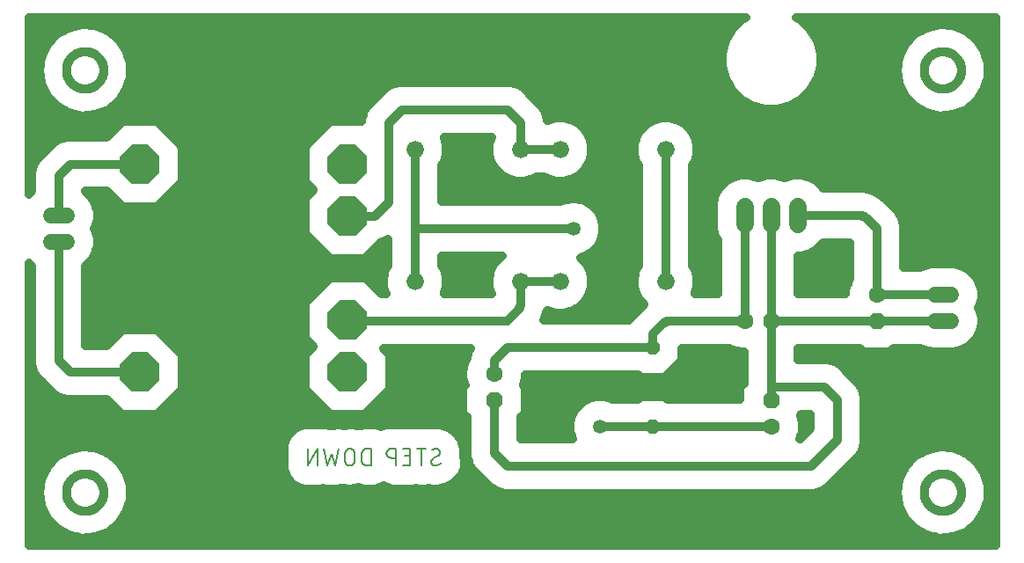
<source format=gbl>
G75*
%MOIN*%
%OFA0B0*%
%FSLAX25Y25*%
%IPPOS*%
%LPD*%
%AMOC8*
5,1,8,0,0,1.08239X$1,22.5*
%
%ADD10C,0.00600*%
%ADD11C,0.03200*%
%ADD12C,0.06600*%
%ADD13OC8,0.06300*%
%ADD14C,0.06300*%
%ADD15C,0.06600*%
%ADD16C,0.06000*%
%ADD17OC8,0.05200*%
%ADD18OC8,0.15000*%
%ADD19C,0.05315*%
D10*
X0115374Y0111300D02*
X0115374Y0117700D01*
X0118929Y0117700D02*
X0115374Y0111300D01*
X0118929Y0111300D02*
X0118929Y0117700D01*
X0121487Y0117700D02*
X0122909Y0111300D01*
X0124331Y0115567D01*
X0125754Y0111300D01*
X0127176Y0117700D01*
X0129528Y0115922D02*
X0129528Y0113078D01*
X0129530Y0112995D01*
X0129536Y0112912D01*
X0129546Y0112829D01*
X0129559Y0112746D01*
X0129577Y0112665D01*
X0129598Y0112584D01*
X0129623Y0112505D01*
X0129652Y0112427D01*
X0129684Y0112350D01*
X0129720Y0112275D01*
X0129759Y0112201D01*
X0129802Y0112130D01*
X0129848Y0112060D01*
X0129898Y0111993D01*
X0129950Y0111928D01*
X0130005Y0111866D01*
X0130064Y0111806D01*
X0130125Y0111749D01*
X0130188Y0111695D01*
X0130254Y0111644D01*
X0130323Y0111597D01*
X0130393Y0111552D01*
X0130466Y0111511D01*
X0130540Y0111474D01*
X0130616Y0111439D01*
X0130694Y0111409D01*
X0130772Y0111382D01*
X0130853Y0111359D01*
X0130934Y0111339D01*
X0131016Y0111324D01*
X0131098Y0111312D01*
X0131181Y0111304D01*
X0131264Y0111300D01*
X0131348Y0111300D01*
X0131431Y0111304D01*
X0131514Y0111312D01*
X0131596Y0111324D01*
X0131678Y0111339D01*
X0131759Y0111359D01*
X0131840Y0111382D01*
X0131918Y0111409D01*
X0131996Y0111439D01*
X0132072Y0111474D01*
X0132146Y0111511D01*
X0132219Y0111552D01*
X0132289Y0111597D01*
X0132358Y0111644D01*
X0132424Y0111695D01*
X0132487Y0111749D01*
X0132548Y0111806D01*
X0132607Y0111866D01*
X0132662Y0111928D01*
X0132714Y0111993D01*
X0132764Y0112060D01*
X0132810Y0112130D01*
X0132853Y0112201D01*
X0132892Y0112275D01*
X0132928Y0112350D01*
X0132960Y0112427D01*
X0132989Y0112505D01*
X0133014Y0112584D01*
X0133035Y0112665D01*
X0133053Y0112746D01*
X0133066Y0112829D01*
X0133076Y0112912D01*
X0133082Y0112995D01*
X0133084Y0113078D01*
X0133084Y0115922D01*
X0133082Y0116005D01*
X0133076Y0116088D01*
X0133066Y0116171D01*
X0133053Y0116254D01*
X0133035Y0116335D01*
X0133014Y0116416D01*
X0132989Y0116495D01*
X0132960Y0116573D01*
X0132928Y0116650D01*
X0132892Y0116725D01*
X0132853Y0116799D01*
X0132810Y0116870D01*
X0132764Y0116940D01*
X0132714Y0117007D01*
X0132662Y0117072D01*
X0132607Y0117134D01*
X0132548Y0117194D01*
X0132487Y0117251D01*
X0132424Y0117305D01*
X0132358Y0117356D01*
X0132289Y0117403D01*
X0132219Y0117448D01*
X0132146Y0117489D01*
X0132072Y0117526D01*
X0131996Y0117561D01*
X0131918Y0117591D01*
X0131840Y0117618D01*
X0131759Y0117641D01*
X0131678Y0117661D01*
X0131596Y0117676D01*
X0131514Y0117688D01*
X0131431Y0117696D01*
X0131348Y0117700D01*
X0131264Y0117700D01*
X0131181Y0117696D01*
X0131098Y0117688D01*
X0131016Y0117676D01*
X0130934Y0117661D01*
X0130853Y0117641D01*
X0130772Y0117618D01*
X0130694Y0117591D01*
X0130616Y0117561D01*
X0130540Y0117526D01*
X0130466Y0117489D01*
X0130393Y0117448D01*
X0130323Y0117403D01*
X0130254Y0117356D01*
X0130188Y0117305D01*
X0130125Y0117251D01*
X0130064Y0117194D01*
X0130005Y0117134D01*
X0129950Y0117072D01*
X0129898Y0117007D01*
X0129848Y0116940D01*
X0129802Y0116870D01*
X0129759Y0116799D01*
X0129720Y0116725D01*
X0129684Y0116650D01*
X0129652Y0116573D01*
X0129623Y0116495D01*
X0129598Y0116416D01*
X0129577Y0116335D01*
X0129559Y0116254D01*
X0129546Y0116171D01*
X0129536Y0116088D01*
X0129530Y0116005D01*
X0129528Y0115922D01*
X0135887Y0115922D02*
X0135887Y0113078D01*
X0135889Y0112996D01*
X0135895Y0112914D01*
X0135904Y0112832D01*
X0135917Y0112751D01*
X0135934Y0112671D01*
X0135955Y0112591D01*
X0135979Y0112513D01*
X0136007Y0112436D01*
X0136038Y0112360D01*
X0136073Y0112285D01*
X0136112Y0112213D01*
X0136153Y0112142D01*
X0136198Y0112073D01*
X0136246Y0112007D01*
X0136297Y0111942D01*
X0136351Y0111880D01*
X0136408Y0111821D01*
X0136467Y0111764D01*
X0136529Y0111710D01*
X0136594Y0111659D01*
X0136660Y0111611D01*
X0136729Y0111566D01*
X0136800Y0111525D01*
X0136872Y0111486D01*
X0136947Y0111451D01*
X0137023Y0111420D01*
X0137100Y0111392D01*
X0137178Y0111368D01*
X0137258Y0111347D01*
X0137338Y0111330D01*
X0137419Y0111317D01*
X0137501Y0111308D01*
X0137583Y0111302D01*
X0137665Y0111300D01*
X0139443Y0111300D01*
X0139443Y0117700D01*
X0137665Y0117700D01*
X0137583Y0117698D01*
X0137501Y0117692D01*
X0137419Y0117683D01*
X0137338Y0117670D01*
X0137258Y0117653D01*
X0137178Y0117632D01*
X0137100Y0117608D01*
X0137023Y0117580D01*
X0136947Y0117549D01*
X0136872Y0117514D01*
X0136800Y0117475D01*
X0136729Y0117434D01*
X0136660Y0117389D01*
X0136594Y0117341D01*
X0136529Y0117290D01*
X0136467Y0117236D01*
X0136408Y0117179D01*
X0136351Y0117120D01*
X0136297Y0117058D01*
X0136246Y0116993D01*
X0136198Y0116927D01*
X0136153Y0116858D01*
X0136112Y0116787D01*
X0136073Y0116715D01*
X0136038Y0116640D01*
X0136007Y0116564D01*
X0135979Y0116487D01*
X0135955Y0116409D01*
X0135934Y0116329D01*
X0135917Y0116249D01*
X0135904Y0116168D01*
X0135895Y0116086D01*
X0135889Y0116004D01*
X0135887Y0115922D01*
X0147018Y0117700D02*
X0146935Y0117698D01*
X0146852Y0117692D01*
X0146769Y0117682D01*
X0146686Y0117669D01*
X0146605Y0117651D01*
X0146524Y0117630D01*
X0146445Y0117605D01*
X0146367Y0117576D01*
X0146290Y0117544D01*
X0146215Y0117508D01*
X0146141Y0117469D01*
X0146070Y0117426D01*
X0146000Y0117380D01*
X0145933Y0117330D01*
X0145868Y0117278D01*
X0145806Y0117223D01*
X0145746Y0117164D01*
X0145689Y0117103D01*
X0145635Y0117040D01*
X0145584Y0116974D01*
X0145537Y0116905D01*
X0145492Y0116835D01*
X0145451Y0116762D01*
X0145414Y0116688D01*
X0145379Y0116612D01*
X0145349Y0116534D01*
X0145322Y0116456D01*
X0145299Y0116375D01*
X0145279Y0116294D01*
X0145264Y0116212D01*
X0145252Y0116130D01*
X0145244Y0116047D01*
X0145240Y0115964D01*
X0145240Y0115880D01*
X0145244Y0115797D01*
X0145252Y0115714D01*
X0145264Y0115632D01*
X0145279Y0115550D01*
X0145299Y0115469D01*
X0145322Y0115388D01*
X0145349Y0115310D01*
X0145379Y0115232D01*
X0145414Y0115156D01*
X0145451Y0115082D01*
X0145492Y0115009D01*
X0145537Y0114939D01*
X0145584Y0114870D01*
X0145635Y0114804D01*
X0145689Y0114741D01*
X0145746Y0114680D01*
X0145806Y0114621D01*
X0145868Y0114566D01*
X0145933Y0114514D01*
X0146000Y0114464D01*
X0146070Y0114418D01*
X0146141Y0114375D01*
X0146215Y0114336D01*
X0146290Y0114300D01*
X0146367Y0114268D01*
X0146445Y0114239D01*
X0146524Y0114214D01*
X0146605Y0114193D01*
X0146686Y0114175D01*
X0146769Y0114162D01*
X0146852Y0114152D01*
X0146935Y0114146D01*
X0147018Y0114144D01*
X0148796Y0114144D01*
X0148796Y0111300D02*
X0148796Y0117700D01*
X0147018Y0117700D01*
X0151356Y0117700D02*
X0154201Y0117700D01*
X0154201Y0111300D01*
X0151356Y0111300D01*
X0152067Y0114856D02*
X0154201Y0114856D01*
X0156606Y0117700D02*
X0160161Y0117700D01*
X0158384Y0117700D02*
X0158384Y0111300D01*
X0162856Y0113967D02*
X0164811Y0115033D01*
X0164100Y0117700D02*
X0163999Y0117698D01*
X0163898Y0117692D01*
X0163798Y0117683D01*
X0163698Y0117669D01*
X0163598Y0117652D01*
X0163499Y0117632D01*
X0163402Y0117607D01*
X0163305Y0117579D01*
X0163209Y0117547D01*
X0163114Y0117511D01*
X0163021Y0117472D01*
X0162930Y0117430D01*
X0162840Y0117384D01*
X0162752Y0117334D01*
X0162666Y0117282D01*
X0162582Y0117226D01*
X0162500Y0117167D01*
X0164811Y0115034D02*
X0164875Y0115074D01*
X0164936Y0115117D01*
X0164995Y0115163D01*
X0165052Y0115212D01*
X0165106Y0115264D01*
X0165157Y0115318D01*
X0165205Y0115376D01*
X0165251Y0115435D01*
X0165293Y0115497D01*
X0165332Y0115562D01*
X0165367Y0115628D01*
X0165399Y0115695D01*
X0165428Y0115765D01*
X0165453Y0115835D01*
X0165474Y0115907D01*
X0165491Y0115980D01*
X0165505Y0116054D01*
X0165514Y0116128D01*
X0165520Y0116203D01*
X0165522Y0116278D01*
X0165520Y0116352D01*
X0165514Y0116427D01*
X0165504Y0116500D01*
X0165491Y0116574D01*
X0165474Y0116646D01*
X0165452Y0116717D01*
X0165428Y0116788D01*
X0165399Y0116856D01*
X0165367Y0116924D01*
X0165331Y0116989D01*
X0165293Y0117052D01*
X0165250Y0117114D01*
X0165205Y0117173D01*
X0165157Y0117230D01*
X0165106Y0117284D01*
X0165052Y0117335D01*
X0164995Y0117383D01*
X0164936Y0117428D01*
X0164874Y0117471D01*
X0164811Y0117509D01*
X0164746Y0117545D01*
X0164678Y0117577D01*
X0164610Y0117606D01*
X0164539Y0117630D01*
X0164468Y0117652D01*
X0164396Y0117669D01*
X0164322Y0117682D01*
X0164249Y0117692D01*
X0164174Y0117698D01*
X0164100Y0117700D01*
X0165700Y0112189D02*
X0165623Y0112114D01*
X0165543Y0112041D01*
X0165460Y0111972D01*
X0165375Y0111905D01*
X0165288Y0111842D01*
X0165199Y0111782D01*
X0165107Y0111725D01*
X0165014Y0111671D01*
X0164918Y0111621D01*
X0164821Y0111574D01*
X0164722Y0111531D01*
X0164622Y0111491D01*
X0164521Y0111455D01*
X0164418Y0111423D01*
X0164314Y0111394D01*
X0164209Y0111369D01*
X0164103Y0111348D01*
X0163997Y0111331D01*
X0163890Y0111317D01*
X0163782Y0111308D01*
X0163675Y0111302D01*
X0163567Y0111300D01*
X0163493Y0111302D01*
X0163418Y0111308D01*
X0163345Y0111318D01*
X0163271Y0111331D01*
X0163199Y0111348D01*
X0163128Y0111370D01*
X0163057Y0111394D01*
X0162989Y0111423D01*
X0162921Y0111455D01*
X0162856Y0111491D01*
X0162793Y0111529D01*
X0162731Y0111572D01*
X0162672Y0111617D01*
X0162615Y0111665D01*
X0162561Y0111716D01*
X0162510Y0111770D01*
X0162462Y0111827D01*
X0162417Y0111886D01*
X0162374Y0111948D01*
X0162336Y0112011D01*
X0162300Y0112076D01*
X0162268Y0112144D01*
X0162239Y0112212D01*
X0162215Y0112283D01*
X0162193Y0112354D01*
X0162176Y0112426D01*
X0162163Y0112500D01*
X0162153Y0112573D01*
X0162147Y0112648D01*
X0162145Y0112722D01*
X0162147Y0112797D01*
X0162153Y0112872D01*
X0162162Y0112946D01*
X0162176Y0113020D01*
X0162193Y0113093D01*
X0162214Y0113165D01*
X0162239Y0113235D01*
X0162268Y0113305D01*
X0162300Y0113372D01*
X0162335Y0113438D01*
X0162374Y0113503D01*
X0162416Y0113565D01*
X0162462Y0113624D01*
X0162510Y0113682D01*
X0162561Y0113736D01*
X0162615Y0113788D01*
X0162672Y0113837D01*
X0162731Y0113883D01*
X0162792Y0113926D01*
X0162856Y0113966D01*
X0156000Y0181000D02*
X0155800Y0181000D01*
X0155800Y0230800D02*
X0156000Y0231000D01*
D11*
X0009600Y0187995D02*
X0009600Y0081000D01*
X0376000Y0081000D01*
X0376000Y0281000D01*
X0300487Y0281000D01*
X0302421Y0279884D01*
X0305884Y0276421D01*
X0308332Y0272179D01*
X0309600Y0267449D01*
X0309600Y0262551D01*
X0308332Y0257821D01*
X0305884Y0253579D01*
X0302421Y0250116D01*
X0298179Y0247668D01*
X0293449Y0246400D01*
X0288551Y0246400D01*
X0283821Y0247668D01*
X0279579Y0250116D01*
X0276116Y0253579D01*
X0273668Y0257821D01*
X0272400Y0262551D01*
X0272400Y0267449D01*
X0273668Y0272179D01*
X0276116Y0276421D01*
X0279579Y0279884D01*
X0281513Y0281000D01*
X0009600Y0281000D01*
X0009600Y0214005D01*
X0010800Y0215205D01*
X0010800Y0222343D01*
X0011495Y0224937D01*
X0012838Y0227263D01*
X0017238Y0231663D01*
X0019137Y0233562D01*
X0021463Y0234905D01*
X0024057Y0235600D01*
X0039031Y0235600D01*
X0044931Y0241500D01*
X0058269Y0241500D01*
X0067700Y0232069D01*
X0067700Y0218731D01*
X0058269Y0209300D01*
X0044931Y0209300D01*
X0039031Y0215200D01*
X0031205Y0215200D01*
X0033282Y0213123D01*
X0034809Y0210477D01*
X0035600Y0207527D01*
X0035600Y0204473D01*
X0034809Y0201523D01*
X0034508Y0201000D01*
X0034809Y0200477D01*
X0035600Y0197527D01*
X0035600Y0194473D01*
X0034809Y0191523D01*
X0033282Y0188877D01*
X0031200Y0186795D01*
X0031200Y0156800D01*
X0039031Y0156800D01*
X0044931Y0162700D01*
X0058269Y0162700D01*
X0067700Y0153269D01*
X0067700Y0139931D01*
X0058269Y0130500D01*
X0044931Y0130500D01*
X0039031Y0136400D01*
X0024057Y0136400D01*
X0021463Y0137095D01*
X0019137Y0138438D01*
X0014737Y0142838D01*
X0012838Y0144737D01*
X0011495Y0147063D01*
X0010800Y0149657D01*
X0010800Y0186795D01*
X0009600Y0187995D01*
X0009600Y0186514D02*
X0010800Y0186514D01*
X0010800Y0183315D02*
X0009600Y0183315D01*
X0009600Y0180117D02*
X0010800Y0180117D01*
X0010800Y0176918D02*
X0009600Y0176918D01*
X0009600Y0173720D02*
X0010800Y0173720D01*
X0010800Y0170521D02*
X0009600Y0170521D01*
X0009600Y0167323D02*
X0010800Y0167323D01*
X0010800Y0164124D02*
X0009600Y0164124D01*
X0009600Y0160926D02*
X0010800Y0160926D01*
X0010800Y0157727D02*
X0009600Y0157727D01*
X0009600Y0154529D02*
X0010800Y0154529D01*
X0010800Y0151330D02*
X0009600Y0151330D01*
X0009600Y0148132D02*
X0011209Y0148132D01*
X0012725Y0144933D02*
X0009600Y0144933D01*
X0009600Y0141734D02*
X0015841Y0141734D01*
X0019039Y0138536D02*
X0009600Y0138536D01*
X0009600Y0135337D02*
X0040094Y0135337D01*
X0043292Y0132139D02*
X0009600Y0132139D01*
X0009600Y0128940D02*
X0175800Y0128940D01*
X0175800Y0129583D02*
X0175800Y0114657D01*
X0176495Y0112063D01*
X0177838Y0109737D01*
X0182838Y0104737D01*
X0184737Y0102838D01*
X0187063Y0101495D01*
X0189657Y0100800D01*
X0307343Y0100800D01*
X0309937Y0101495D01*
X0312263Y0102838D01*
X0314162Y0104737D01*
X0314162Y0104737D01*
X0322263Y0112838D01*
X0324162Y0114737D01*
X0325505Y0117063D01*
X0326200Y0119657D01*
X0326200Y0137343D01*
X0325505Y0139937D01*
X0324162Y0142263D01*
X0319162Y0147263D01*
X0317263Y0149162D01*
X0314937Y0150505D01*
X0312343Y0151200D01*
X0301200Y0151200D01*
X0301200Y0155800D01*
X0324583Y0155800D01*
X0326133Y0154250D01*
X0335867Y0154250D01*
X0337417Y0155800D01*
X0347467Y0155800D01*
X0348523Y0155191D01*
X0351473Y0154400D01*
X0360527Y0154400D01*
X0363477Y0155191D01*
X0366123Y0156718D01*
X0368282Y0158877D01*
X0369809Y0161523D01*
X0370600Y0164473D01*
X0370600Y0167527D01*
X0369809Y0170477D01*
X0369508Y0171000D01*
X0369809Y0171523D01*
X0370600Y0174473D01*
X0370600Y0177527D01*
X0369809Y0180477D01*
X0368282Y0183123D01*
X0366123Y0185282D01*
X0363477Y0186809D01*
X0360527Y0187600D01*
X0351473Y0187600D01*
X0348523Y0186809D01*
X0347467Y0186200D01*
X0341200Y0186200D01*
X0341200Y0202343D01*
X0340505Y0204937D01*
X0339162Y0207263D01*
X0337263Y0209162D01*
X0333416Y0213009D01*
X0333050Y0213375D01*
X0333050Y0213375D01*
X0329826Y0215237D01*
X0326230Y0216200D01*
X0310757Y0216200D01*
X0310522Y0216607D01*
X0308307Y0218822D01*
X0305593Y0220389D01*
X0302567Y0221200D01*
X0299433Y0221200D01*
X0296407Y0220389D01*
X0296000Y0220154D01*
X0295593Y0220389D01*
X0292567Y0221200D01*
X0289433Y0221200D01*
X0286407Y0220389D01*
X0286000Y0220154D01*
X0285593Y0220389D01*
X0282567Y0221200D01*
X0279433Y0221200D01*
X0276407Y0220389D01*
X0273693Y0218822D01*
X0271478Y0216607D01*
X0269911Y0213893D01*
X0269100Y0210867D01*
X0269100Y0201133D01*
X0269911Y0198107D01*
X0270800Y0196567D01*
X0270800Y0176200D01*
X0261970Y0176200D01*
X0262089Y0176407D01*
X0262900Y0179433D01*
X0262900Y0182567D01*
X0262089Y0185593D01*
X0261200Y0187133D01*
X0261200Y0224867D01*
X0262089Y0226407D01*
X0262900Y0229433D01*
X0262900Y0232567D01*
X0262089Y0235593D01*
X0260522Y0238307D01*
X0258307Y0240522D01*
X0255593Y0242089D01*
X0252567Y0242900D01*
X0249433Y0242900D01*
X0246407Y0242089D01*
X0243693Y0240522D01*
X0241478Y0238307D01*
X0239911Y0235593D01*
X0239100Y0232567D01*
X0239100Y0229433D01*
X0239911Y0226407D01*
X0240800Y0224867D01*
X0240800Y0187133D01*
X0239911Y0185593D01*
X0239100Y0182567D01*
X0239100Y0179433D01*
X0239911Y0176407D01*
X0241478Y0173693D01*
X0242873Y0172298D01*
X0239737Y0169162D01*
X0237838Y0167263D01*
X0237224Y0166200D01*
X0204674Y0166200D01*
X0205237Y0167174D01*
X0206028Y0170129D01*
X0206407Y0169911D01*
X0209433Y0169100D01*
X0212567Y0169100D01*
X0215593Y0169911D01*
X0218307Y0171478D01*
X0220522Y0173693D01*
X0222089Y0176407D01*
X0222900Y0179433D01*
X0222900Y0182567D01*
X0222089Y0185593D01*
X0220522Y0188307D01*
X0218748Y0190082D01*
X0220345Y0190510D01*
X0222912Y0191992D01*
X0225008Y0194088D01*
X0226490Y0196655D01*
X0227257Y0199518D01*
X0227257Y0202482D01*
X0226490Y0205345D01*
X0225008Y0207912D01*
X0222912Y0210008D01*
X0220345Y0211490D01*
X0217482Y0212257D01*
X0214518Y0212257D01*
X0211655Y0211490D01*
X0211152Y0211200D01*
X0166200Y0211200D01*
X0166200Y0224867D01*
X0167089Y0226407D01*
X0167900Y0229433D01*
X0167900Y0232567D01*
X0167089Y0235593D01*
X0166970Y0235800D01*
X0185030Y0235800D01*
X0184911Y0235593D01*
X0184100Y0232567D01*
X0184100Y0229433D01*
X0184911Y0226407D01*
X0186478Y0223693D01*
X0188693Y0221478D01*
X0191407Y0219911D01*
X0194433Y0219100D01*
X0197567Y0219100D01*
X0200593Y0219911D01*
X0202133Y0220800D01*
X0204867Y0220800D01*
X0206407Y0219911D01*
X0209433Y0219100D01*
X0212567Y0219100D01*
X0215593Y0219911D01*
X0218307Y0221478D01*
X0220522Y0223693D01*
X0222089Y0226407D01*
X0222900Y0229433D01*
X0222900Y0232567D01*
X0222089Y0235593D01*
X0220522Y0238307D01*
X0218307Y0240522D01*
X0215593Y0242089D01*
X0212567Y0242900D01*
X0209433Y0242900D01*
X0206407Y0242089D01*
X0206200Y0241970D01*
X0206200Y0242343D01*
X0205505Y0244937D01*
X0204162Y0247263D01*
X0199162Y0252263D01*
X0197263Y0254162D01*
X0194937Y0255505D01*
X0192343Y0256200D01*
X0149657Y0256200D01*
X0147063Y0255505D01*
X0144737Y0254162D01*
X0142838Y0252263D01*
X0139737Y0249162D01*
X0137838Y0247263D01*
X0136495Y0244937D01*
X0135800Y0242343D01*
X0135800Y0241500D01*
X0123731Y0241500D01*
X0114300Y0232069D01*
X0114300Y0218731D01*
X0117481Y0215550D01*
X0114300Y0212369D01*
X0114300Y0199031D01*
X0123731Y0189600D01*
X0137069Y0189600D01*
X0143308Y0195839D01*
X0144637Y0196195D01*
X0145800Y0196867D01*
X0145800Y0187133D01*
X0144911Y0185593D01*
X0144100Y0182567D01*
X0144100Y0179433D01*
X0144911Y0176407D01*
X0145030Y0176200D01*
X0143269Y0176200D01*
X0137069Y0182400D01*
X0123731Y0182400D01*
X0114300Y0172969D01*
X0114300Y0159631D01*
X0117481Y0156450D01*
X0114300Y0153269D01*
X0114300Y0139931D01*
X0123731Y0130500D01*
X0137069Y0130500D01*
X0146500Y0139931D01*
X0146500Y0153269D01*
X0143969Y0155800D01*
X0176993Y0155800D01*
X0176495Y0154937D01*
X0175800Y0152343D01*
X0175800Y0151833D01*
X0175051Y0150535D01*
X0174250Y0147547D01*
X0174250Y0144453D01*
X0175008Y0141625D01*
X0174250Y0140867D01*
X0174250Y0131133D01*
X0175800Y0129583D01*
X0174250Y0132139D02*
X0138708Y0132139D01*
X0141906Y0135337D02*
X0174250Y0135337D01*
X0174250Y0138536D02*
X0145105Y0138536D01*
X0146500Y0141734D02*
X0174978Y0141734D01*
X0174250Y0144933D02*
X0146500Y0144933D01*
X0146500Y0148132D02*
X0174407Y0148132D01*
X0175510Y0151330D02*
X0146500Y0151330D01*
X0145240Y0154529D02*
X0176386Y0154529D01*
X0186000Y0151000D02*
X0186000Y0146000D01*
X0186000Y0151000D02*
X0191000Y0156000D01*
X0246000Y0156000D01*
X0246000Y0161000D01*
X0249847Y0164847D01*
X0252631Y0166000D02*
X0281000Y0166000D01*
X0281000Y0206000D01*
X0291000Y0206000D02*
X0291000Y0166000D01*
X0291000Y0141000D01*
X0311000Y0141000D01*
X0316000Y0136000D01*
X0316000Y0121000D01*
X0306000Y0111000D01*
X0191000Y0111000D01*
X0186000Y0116000D01*
X0186000Y0136000D01*
X0197750Y0135337D02*
X0219658Y0135337D01*
X0219088Y0135008D02*
X0216992Y0132912D01*
X0215510Y0130345D01*
X0214743Y0127482D01*
X0214743Y0124518D01*
X0215510Y0121655D01*
X0215772Y0121200D01*
X0196200Y0121200D01*
X0196200Y0129583D01*
X0197750Y0131133D01*
X0197750Y0140867D01*
X0196992Y0141625D01*
X0197750Y0144453D01*
X0197750Y0145800D01*
X0240361Y0145800D01*
X0241361Y0144800D01*
X0250639Y0144800D01*
X0257200Y0151361D01*
X0257200Y0155800D01*
X0275167Y0155800D01*
X0276465Y0155051D01*
X0279453Y0154250D01*
X0280800Y0154250D01*
X0280800Y0142417D01*
X0279250Y0140867D01*
X0279250Y0136200D01*
X0251639Y0136200D01*
X0250639Y0137200D01*
X0241361Y0137200D01*
X0240361Y0136200D01*
X0230848Y0136200D01*
X0230345Y0136490D01*
X0227482Y0137257D01*
X0224518Y0137257D01*
X0221655Y0136490D01*
X0219088Y0135008D01*
X0216545Y0132139D02*
X0197750Y0132139D01*
X0196200Y0128940D02*
X0215133Y0128940D01*
X0214743Y0125742D02*
X0196200Y0125742D01*
X0196200Y0122543D02*
X0215272Y0122543D01*
X0226000Y0126000D02*
X0246000Y0126000D01*
X0291000Y0126000D01*
X0291000Y0136000D02*
X0291000Y0141000D01*
X0280118Y0141734D02*
X0197022Y0141734D01*
X0197750Y0138536D02*
X0279250Y0138536D01*
X0280800Y0144933D02*
X0250772Y0144933D01*
X0253971Y0148132D02*
X0280800Y0148132D01*
X0280800Y0151330D02*
X0257169Y0151330D01*
X0257200Y0154529D02*
X0278414Y0154529D01*
X0291000Y0166000D02*
X0331000Y0166000D01*
X0356000Y0166000D01*
X0356000Y0176000D02*
X0331000Y0176000D01*
X0331000Y0201000D01*
X0327153Y0204847D01*
X0324369Y0206000D02*
X0301000Y0206000D01*
X0310757Y0195800D02*
X0320800Y0195800D01*
X0320800Y0181833D01*
X0320051Y0180535D01*
X0319250Y0177547D01*
X0319250Y0176200D01*
X0301200Y0176200D01*
X0301200Y0190800D01*
X0302567Y0190800D01*
X0305593Y0191611D01*
X0308307Y0193178D01*
X0310522Y0195393D01*
X0310757Y0195800D01*
X0307844Y0192911D02*
X0320800Y0192911D01*
X0320800Y0189712D02*
X0301200Y0189712D01*
X0301200Y0186514D02*
X0320800Y0186514D01*
X0320800Y0183315D02*
X0301200Y0183315D01*
X0301200Y0180117D02*
X0319939Y0180117D01*
X0319250Y0176918D02*
X0301200Y0176918D01*
X0301200Y0154529D02*
X0325854Y0154529D01*
X0318293Y0148132D02*
X0376000Y0148132D01*
X0376000Y0151330D02*
X0301200Y0151330D01*
X0321492Y0144933D02*
X0376000Y0144933D01*
X0376000Y0141734D02*
X0324467Y0141734D01*
X0325880Y0138536D02*
X0376000Y0138536D01*
X0376000Y0135337D02*
X0326200Y0135337D01*
X0326200Y0132139D02*
X0376000Y0132139D01*
X0376000Y0128940D02*
X0326200Y0128940D01*
X0326200Y0125742D02*
X0376000Y0125742D01*
X0376000Y0122543D02*
X0326200Y0122543D01*
X0326116Y0119345D02*
X0376000Y0119345D01*
X0376000Y0116146D02*
X0364153Y0116146D01*
X0364636Y0115957D02*
X0359843Y0117838D01*
X0354709Y0118223D01*
X0349690Y0117077D01*
X0345232Y0114503D01*
X0341730Y0110729D01*
X0339496Y0106091D01*
X0338729Y0101000D01*
X0339496Y0095909D01*
X0341730Y0091271D01*
X0345232Y0087497D01*
X0349690Y0084923D01*
X0354709Y0083777D01*
X0359843Y0084162D01*
X0364636Y0086043D01*
X0368661Y0089253D01*
X0371561Y0093506D01*
X0373078Y0098426D01*
X0373078Y0103574D01*
X0371561Y0108494D01*
X0368661Y0112747D01*
X0364636Y0115957D01*
X0368409Y0112948D02*
X0376000Y0112948D01*
X0376000Y0109749D02*
X0370705Y0109749D01*
X0372160Y0106551D02*
X0376000Y0106551D01*
X0376000Y0103352D02*
X0373078Y0103352D01*
X0373078Y0100154D02*
X0376000Y0100154D01*
X0376000Y0096955D02*
X0372625Y0096955D01*
X0371638Y0093757D02*
X0376000Y0093757D01*
X0376000Y0090558D02*
X0369551Y0090558D01*
X0366287Y0087360D02*
X0376000Y0087360D01*
X0376000Y0084161D02*
X0359834Y0084161D01*
X0353027Y0084161D02*
X0034834Y0084161D01*
X0034843Y0084162D02*
X0039636Y0086043D01*
X0043661Y0089253D01*
X0046561Y0093506D01*
X0048078Y0098426D01*
X0048078Y0103574D01*
X0046561Y0108494D01*
X0043661Y0112747D01*
X0039636Y0115957D01*
X0034843Y0117838D01*
X0029709Y0118223D01*
X0024690Y0117077D01*
X0020232Y0114503D01*
X0016730Y0110729D01*
X0014496Y0106091D01*
X0013729Y0101000D01*
X0014496Y0095909D01*
X0016730Y0091271D01*
X0020232Y0087497D01*
X0024690Y0084923D01*
X0029709Y0083777D01*
X0034843Y0084162D01*
X0028027Y0084161D02*
X0009600Y0084161D01*
X0009600Y0087360D02*
X0020469Y0087360D01*
X0017391Y0090558D02*
X0009600Y0090558D01*
X0009600Y0093757D02*
X0015533Y0093757D01*
X0014339Y0096955D02*
X0009600Y0096955D01*
X0009600Y0100154D02*
X0013856Y0100154D01*
X0014084Y0103352D02*
X0009600Y0103352D01*
X0009600Y0106551D02*
X0014718Y0106551D01*
X0016258Y0109749D02*
X0009600Y0109749D01*
X0009600Y0112948D02*
X0018789Y0112948D01*
X0023078Y0116146D02*
X0009600Y0116146D01*
X0009600Y0119345D02*
X0106474Y0119345D01*
X0106474Y0119470D02*
X0106474Y0111810D01*
X0106330Y0110557D01*
X0106474Y0110054D01*
X0106474Y0109530D01*
X0106956Y0108365D01*
X0107303Y0107153D01*
X0107628Y0106743D01*
X0107829Y0106259D01*
X0108720Y0105367D01*
X0109504Y0104380D01*
X0109962Y0104125D01*
X0110332Y0103755D01*
X0111497Y0103273D01*
X0112599Y0102660D01*
X0113120Y0102600D01*
X0113603Y0102400D01*
X0114864Y0102400D01*
X0116117Y0102256D01*
X0116620Y0102400D01*
X0117144Y0102400D01*
X0117152Y0102403D01*
X0117159Y0102400D01*
X0120700Y0102400D01*
X0121041Y0102541D01*
X0121774Y0102297D01*
X0122447Y0102345D01*
X0123112Y0102228D01*
X0124197Y0102469D01*
X0124331Y0102479D01*
X0124466Y0102469D01*
X0125551Y0102228D01*
X0126215Y0102345D01*
X0126888Y0102297D01*
X0127943Y0102648D01*
X0128454Y0102738D01*
X0131306Y0102235D01*
X0134660Y0102827D01*
X0135607Y0102519D01*
X0135895Y0102400D01*
X0135974Y0102400D01*
X0139435Y0102400D01*
X0139435Y0102400D01*
X0141213Y0102400D01*
X0144119Y0103604D01*
X0147026Y0102400D01*
X0155971Y0102400D01*
X0156292Y0102533D01*
X0156613Y0102400D01*
X0160154Y0102400D01*
X0160935Y0102724D01*
X0161303Y0102604D01*
X0161796Y0102400D01*
X0165337Y0102400D01*
X0165699Y0102550D01*
X0168185Y0103220D01*
X0168185Y0103220D01*
X0170910Y0104803D01*
X0172019Y0105922D01*
X0172019Y0105922D01*
X0173266Y0107179D01*
X0174607Y0110456D01*
X0174593Y0113996D01*
X0174409Y0114434D01*
X0174422Y0114470D01*
X0174422Y0118048D01*
X0174218Y0118541D01*
X0173412Y0121022D01*
X0173412Y0121022D01*
X0171490Y0123668D01*
X0168845Y0125590D01*
X0168845Y0125590D01*
X0166363Y0126396D01*
X0165870Y0126600D01*
X0162223Y0126600D01*
X0162062Y0126546D01*
X0161932Y0126600D01*
X0145135Y0126600D01*
X0143048Y0125840D01*
X0141213Y0126600D01*
X0135895Y0126600D01*
X0135607Y0126481D01*
X0134660Y0126173D01*
X0131306Y0126765D01*
X0131306Y0126765D01*
X0129134Y0126382D01*
X0127378Y0126772D01*
X0124331Y0126236D01*
X0121284Y0126772D01*
X0120510Y0126600D01*
X0119439Y0126600D01*
X0118187Y0126744D01*
X0117683Y0126600D01*
X0117159Y0126600D01*
X0117152Y0126597D01*
X0117144Y0126600D01*
X0113603Y0126600D01*
X0110332Y0125245D01*
X0107829Y0122741D01*
X0106474Y0119470D01*
X0106474Y0116146D02*
X0039153Y0116146D01*
X0043409Y0112948D02*
X0106474Y0112948D01*
X0106474Y0109749D02*
X0045705Y0109749D01*
X0047160Y0106551D02*
X0107708Y0106551D01*
X0111304Y0103352D02*
X0048078Y0103352D01*
X0048078Y0100154D02*
X0338856Y0100154D01*
X0339084Y0103352D02*
X0312777Y0103352D01*
X0315976Y0106551D02*
X0339718Y0106551D01*
X0341258Y0109749D02*
X0319174Y0109749D01*
X0322263Y0112838D02*
X0322263Y0112838D01*
X0322373Y0112948D02*
X0343789Y0112948D01*
X0348078Y0116146D02*
X0324976Y0116146D01*
X0305800Y0125225D02*
X0305800Y0130800D01*
X0302417Y0130800D01*
X0301992Y0130375D01*
X0302750Y0127547D01*
X0302750Y0124453D01*
X0301949Y0121465D01*
X0301826Y0121251D01*
X0305800Y0125225D01*
X0305800Y0125742D02*
X0302750Y0125742D01*
X0303118Y0122543D02*
X0302238Y0122543D01*
X0302377Y0128940D02*
X0305800Y0128940D01*
X0336146Y0154529D02*
X0350993Y0154529D01*
X0361007Y0154529D02*
X0376000Y0154529D01*
X0376000Y0157727D02*
X0367132Y0157727D01*
X0369465Y0160926D02*
X0376000Y0160926D01*
X0376000Y0164124D02*
X0370507Y0164124D01*
X0370600Y0167323D02*
X0376000Y0167323D01*
X0376000Y0170521D02*
X0369784Y0170521D01*
X0370398Y0173720D02*
X0376000Y0173720D01*
X0376000Y0176918D02*
X0370600Y0176918D01*
X0369906Y0180117D02*
X0376000Y0180117D01*
X0376000Y0183315D02*
X0368090Y0183315D01*
X0363990Y0186514D02*
X0376000Y0186514D01*
X0376000Y0189712D02*
X0341200Y0189712D01*
X0341200Y0186514D02*
X0348010Y0186514D01*
X0341200Y0192911D02*
X0376000Y0192911D01*
X0376000Y0196109D02*
X0341200Y0196109D01*
X0341200Y0199308D02*
X0376000Y0199308D01*
X0376000Y0202506D02*
X0341156Y0202506D01*
X0340062Y0205705D02*
X0376000Y0205705D01*
X0376000Y0208903D02*
X0337522Y0208903D01*
X0334323Y0212102D02*
X0376000Y0212102D01*
X0376000Y0215300D02*
X0329588Y0215300D01*
X0329826Y0215237D02*
X0329826Y0215237D01*
X0333416Y0213009D02*
X0333416Y0213009D01*
X0327153Y0204847D02*
X0327064Y0204933D01*
X0326973Y0205016D01*
X0326879Y0205097D01*
X0326782Y0205174D01*
X0326683Y0205248D01*
X0326582Y0205319D01*
X0326479Y0205387D01*
X0326373Y0205452D01*
X0326266Y0205513D01*
X0326156Y0205571D01*
X0326045Y0205625D01*
X0325933Y0205676D01*
X0325818Y0205724D01*
X0325703Y0205767D01*
X0325586Y0205807D01*
X0325467Y0205844D01*
X0325348Y0205876D01*
X0325228Y0205905D01*
X0325107Y0205930D01*
X0324985Y0205952D01*
X0324862Y0205969D01*
X0324740Y0205983D01*
X0324616Y0205992D01*
X0324493Y0205998D01*
X0324369Y0206000D01*
X0308630Y0218499D02*
X0376000Y0218499D01*
X0376000Y0221697D02*
X0261200Y0221697D01*
X0261200Y0218499D02*
X0273370Y0218499D01*
X0270723Y0215300D02*
X0261200Y0215300D01*
X0261200Y0212102D02*
X0269431Y0212102D01*
X0269100Y0208903D02*
X0261200Y0208903D01*
X0261200Y0205705D02*
X0269100Y0205705D01*
X0269100Y0202506D02*
X0261200Y0202506D01*
X0261200Y0199308D02*
X0269589Y0199308D01*
X0270800Y0196109D02*
X0261200Y0196109D01*
X0261200Y0192911D02*
X0270800Y0192911D01*
X0270800Y0189712D02*
X0261200Y0189712D01*
X0261558Y0186514D02*
X0270800Y0186514D01*
X0270800Y0183315D02*
X0262699Y0183315D01*
X0262900Y0180117D02*
X0270800Y0180117D01*
X0270800Y0176918D02*
X0262226Y0176918D01*
X0251000Y0181000D02*
X0251000Y0231000D01*
X0260879Y0237690D02*
X0376000Y0237690D01*
X0376000Y0240888D02*
X0257673Y0240888D01*
X0262384Y0234491D02*
X0376000Y0234491D01*
X0376000Y0231293D02*
X0262900Y0231293D01*
X0262541Y0228094D02*
X0376000Y0228094D01*
X0376000Y0224896D02*
X0261217Y0224896D01*
X0244327Y0240888D02*
X0217673Y0240888D01*
X0220879Y0237690D02*
X0241121Y0237690D01*
X0239616Y0234491D02*
X0222384Y0234491D01*
X0222900Y0231293D02*
X0239100Y0231293D01*
X0239459Y0228094D02*
X0222541Y0228094D01*
X0221217Y0224896D02*
X0240783Y0224896D01*
X0240800Y0221697D02*
X0218526Y0221697D01*
X0218063Y0212102D02*
X0240800Y0212102D01*
X0240800Y0215300D02*
X0166200Y0215300D01*
X0166200Y0212102D02*
X0213937Y0212102D01*
X0224017Y0208903D02*
X0240800Y0208903D01*
X0240800Y0205705D02*
X0226283Y0205705D01*
X0227251Y0202506D02*
X0240800Y0202506D01*
X0240800Y0199308D02*
X0227201Y0199308D01*
X0226175Y0196109D02*
X0240800Y0196109D01*
X0240800Y0192911D02*
X0223831Y0192911D01*
X0219117Y0189712D02*
X0240800Y0189712D01*
X0240442Y0186514D02*
X0221558Y0186514D01*
X0222699Y0183315D02*
X0239301Y0183315D01*
X0239100Y0180117D02*
X0222900Y0180117D01*
X0222226Y0176918D02*
X0239774Y0176918D01*
X0241462Y0173720D02*
X0220538Y0173720D01*
X0216650Y0170521D02*
X0241096Y0170521D01*
X0237898Y0167323D02*
X0205276Y0167323D01*
X0205237Y0167174D02*
X0205237Y0167174D01*
X0196000Y0172631D02*
X0196000Y0181000D01*
X0211000Y0181000D01*
X0194847Y0169847D02*
X0191000Y0166000D01*
X0130700Y0166000D01*
X0130400Y0166300D01*
X0118249Y0176918D02*
X0031200Y0176918D01*
X0031200Y0173720D02*
X0115051Y0173720D01*
X0114300Y0170521D02*
X0031200Y0170521D01*
X0031200Y0167323D02*
X0114300Y0167323D01*
X0114300Y0164124D02*
X0031200Y0164124D01*
X0031200Y0160926D02*
X0043157Y0160926D01*
X0039958Y0157727D02*
X0031200Y0157727D01*
X0021000Y0151000D02*
X0021000Y0196000D01*
X0021000Y0206000D02*
X0021000Y0221000D01*
X0025400Y0225400D01*
X0051600Y0225400D01*
X0041121Y0237690D02*
X0009600Y0237690D01*
X0009600Y0240888D02*
X0044320Y0240888D01*
X0039636Y0246043D02*
X0043661Y0249253D01*
X0046561Y0253506D01*
X0048078Y0258426D01*
X0048078Y0263574D01*
X0046561Y0268494D01*
X0043661Y0272747D01*
X0039636Y0275957D01*
X0034843Y0277838D01*
X0029709Y0278223D01*
X0024690Y0277077D01*
X0020232Y0274503D01*
X0016730Y0270729D01*
X0014496Y0266091D01*
X0013729Y0261000D01*
X0014496Y0255909D01*
X0016730Y0251271D01*
X0020232Y0247497D01*
X0024690Y0244923D01*
X0029709Y0243777D01*
X0034843Y0244162D01*
X0039636Y0246043D01*
X0041194Y0247285D02*
X0137860Y0247285D01*
X0136267Y0244087D02*
X0033841Y0244087D01*
X0028353Y0244087D02*
X0009600Y0244087D01*
X0009600Y0247285D02*
X0020598Y0247285D01*
X0017460Y0250484D02*
X0009600Y0250484D01*
X0009600Y0253682D02*
X0015569Y0253682D01*
X0014350Y0256881D02*
X0009600Y0256881D01*
X0009600Y0260079D02*
X0013868Y0260079D01*
X0014072Y0263278D02*
X0009600Y0263278D01*
X0009600Y0266476D02*
X0014682Y0266476D01*
X0016222Y0269675D02*
X0009600Y0269675D01*
X0009600Y0272873D02*
X0018720Y0272873D01*
X0022949Y0276072D02*
X0009600Y0276072D01*
X0009600Y0279270D02*
X0278966Y0279270D01*
X0275915Y0276072D02*
X0039343Y0276072D01*
X0043502Y0272873D02*
X0274068Y0272873D01*
X0272997Y0269675D02*
X0045755Y0269675D01*
X0047183Y0266476D02*
X0272400Y0266476D01*
X0272400Y0263278D02*
X0048078Y0263278D01*
X0048078Y0260079D02*
X0273062Y0260079D01*
X0274210Y0256881D02*
X0047602Y0256881D01*
X0046615Y0253682D02*
X0144257Y0253682D01*
X0141059Y0250484D02*
X0044500Y0250484D01*
X0023929Y0261000D02*
X0023931Y0261174D01*
X0023938Y0261347D01*
X0023948Y0261520D01*
X0023963Y0261693D01*
X0023982Y0261866D01*
X0024006Y0262038D01*
X0024033Y0262209D01*
X0024065Y0262379D01*
X0024101Y0262549D01*
X0024141Y0262718D01*
X0024185Y0262886D01*
X0024233Y0263053D01*
X0024286Y0263218D01*
X0024342Y0263382D01*
X0024403Y0263545D01*
X0024467Y0263706D01*
X0024536Y0263865D01*
X0024608Y0264023D01*
X0024684Y0264179D01*
X0024764Y0264333D01*
X0024848Y0264485D01*
X0024935Y0264635D01*
X0025026Y0264783D01*
X0025121Y0264928D01*
X0025219Y0265072D01*
X0025321Y0265212D01*
X0025426Y0265350D01*
X0025534Y0265486D01*
X0025646Y0265619D01*
X0025761Y0265749D01*
X0025879Y0265876D01*
X0026000Y0266000D01*
X0026124Y0266121D01*
X0026251Y0266239D01*
X0026381Y0266354D01*
X0026514Y0266466D01*
X0026650Y0266574D01*
X0026788Y0266679D01*
X0026928Y0266781D01*
X0027072Y0266879D01*
X0027217Y0266974D01*
X0027365Y0267065D01*
X0027515Y0267152D01*
X0027667Y0267236D01*
X0027821Y0267316D01*
X0027977Y0267392D01*
X0028135Y0267464D01*
X0028294Y0267533D01*
X0028455Y0267597D01*
X0028618Y0267658D01*
X0028782Y0267714D01*
X0028947Y0267767D01*
X0029114Y0267815D01*
X0029282Y0267859D01*
X0029451Y0267899D01*
X0029621Y0267935D01*
X0029791Y0267967D01*
X0029962Y0267994D01*
X0030134Y0268018D01*
X0030307Y0268037D01*
X0030480Y0268052D01*
X0030653Y0268062D01*
X0030826Y0268069D01*
X0031000Y0268071D01*
X0031174Y0268069D01*
X0031347Y0268062D01*
X0031520Y0268052D01*
X0031693Y0268037D01*
X0031866Y0268018D01*
X0032038Y0267994D01*
X0032209Y0267967D01*
X0032379Y0267935D01*
X0032549Y0267899D01*
X0032718Y0267859D01*
X0032886Y0267815D01*
X0033053Y0267767D01*
X0033218Y0267714D01*
X0033382Y0267658D01*
X0033545Y0267597D01*
X0033706Y0267533D01*
X0033865Y0267464D01*
X0034023Y0267392D01*
X0034179Y0267316D01*
X0034333Y0267236D01*
X0034485Y0267152D01*
X0034635Y0267065D01*
X0034783Y0266974D01*
X0034928Y0266879D01*
X0035072Y0266781D01*
X0035212Y0266679D01*
X0035350Y0266574D01*
X0035486Y0266466D01*
X0035619Y0266354D01*
X0035749Y0266239D01*
X0035876Y0266121D01*
X0036000Y0266000D01*
X0036121Y0265876D01*
X0036239Y0265749D01*
X0036354Y0265619D01*
X0036466Y0265486D01*
X0036574Y0265350D01*
X0036679Y0265212D01*
X0036781Y0265072D01*
X0036879Y0264928D01*
X0036974Y0264783D01*
X0037065Y0264635D01*
X0037152Y0264485D01*
X0037236Y0264333D01*
X0037316Y0264179D01*
X0037392Y0264023D01*
X0037464Y0263865D01*
X0037533Y0263706D01*
X0037597Y0263545D01*
X0037658Y0263382D01*
X0037714Y0263218D01*
X0037767Y0263053D01*
X0037815Y0262886D01*
X0037859Y0262718D01*
X0037899Y0262549D01*
X0037935Y0262379D01*
X0037967Y0262209D01*
X0037994Y0262038D01*
X0038018Y0261866D01*
X0038037Y0261693D01*
X0038052Y0261520D01*
X0038062Y0261347D01*
X0038069Y0261174D01*
X0038071Y0261000D01*
X0038069Y0260826D01*
X0038062Y0260653D01*
X0038052Y0260480D01*
X0038037Y0260307D01*
X0038018Y0260134D01*
X0037994Y0259962D01*
X0037967Y0259791D01*
X0037935Y0259621D01*
X0037899Y0259451D01*
X0037859Y0259282D01*
X0037815Y0259114D01*
X0037767Y0258947D01*
X0037714Y0258782D01*
X0037658Y0258618D01*
X0037597Y0258455D01*
X0037533Y0258294D01*
X0037464Y0258135D01*
X0037392Y0257977D01*
X0037316Y0257821D01*
X0037236Y0257667D01*
X0037152Y0257515D01*
X0037065Y0257365D01*
X0036974Y0257217D01*
X0036879Y0257072D01*
X0036781Y0256928D01*
X0036679Y0256788D01*
X0036574Y0256650D01*
X0036466Y0256514D01*
X0036354Y0256381D01*
X0036239Y0256251D01*
X0036121Y0256124D01*
X0036000Y0256000D01*
X0035876Y0255879D01*
X0035749Y0255761D01*
X0035619Y0255646D01*
X0035486Y0255534D01*
X0035350Y0255426D01*
X0035212Y0255321D01*
X0035072Y0255219D01*
X0034928Y0255121D01*
X0034783Y0255026D01*
X0034635Y0254935D01*
X0034485Y0254848D01*
X0034333Y0254764D01*
X0034179Y0254684D01*
X0034023Y0254608D01*
X0033865Y0254536D01*
X0033706Y0254467D01*
X0033545Y0254403D01*
X0033382Y0254342D01*
X0033218Y0254286D01*
X0033053Y0254233D01*
X0032886Y0254185D01*
X0032718Y0254141D01*
X0032549Y0254101D01*
X0032379Y0254065D01*
X0032209Y0254033D01*
X0032038Y0254006D01*
X0031866Y0253982D01*
X0031693Y0253963D01*
X0031520Y0253948D01*
X0031347Y0253938D01*
X0031174Y0253931D01*
X0031000Y0253929D01*
X0030826Y0253931D01*
X0030653Y0253938D01*
X0030480Y0253948D01*
X0030307Y0253963D01*
X0030134Y0253982D01*
X0029962Y0254006D01*
X0029791Y0254033D01*
X0029621Y0254065D01*
X0029451Y0254101D01*
X0029282Y0254141D01*
X0029114Y0254185D01*
X0028947Y0254233D01*
X0028782Y0254286D01*
X0028618Y0254342D01*
X0028455Y0254403D01*
X0028294Y0254467D01*
X0028135Y0254536D01*
X0027977Y0254608D01*
X0027821Y0254684D01*
X0027667Y0254764D01*
X0027515Y0254848D01*
X0027365Y0254935D01*
X0027217Y0255026D01*
X0027072Y0255121D01*
X0026928Y0255219D01*
X0026788Y0255321D01*
X0026650Y0255426D01*
X0026514Y0255534D01*
X0026381Y0255646D01*
X0026251Y0255761D01*
X0026124Y0255879D01*
X0026000Y0256000D01*
X0025879Y0256124D01*
X0025761Y0256251D01*
X0025646Y0256381D01*
X0025534Y0256514D01*
X0025426Y0256650D01*
X0025321Y0256788D01*
X0025219Y0256928D01*
X0025121Y0257072D01*
X0025026Y0257217D01*
X0024935Y0257365D01*
X0024848Y0257515D01*
X0024764Y0257667D01*
X0024684Y0257821D01*
X0024608Y0257977D01*
X0024536Y0258135D01*
X0024467Y0258294D01*
X0024403Y0258455D01*
X0024342Y0258618D01*
X0024286Y0258782D01*
X0024233Y0258947D01*
X0024185Y0259114D01*
X0024141Y0259282D01*
X0024101Y0259451D01*
X0024065Y0259621D01*
X0024033Y0259791D01*
X0024006Y0259962D01*
X0023982Y0260134D01*
X0023963Y0260307D01*
X0023948Y0260480D01*
X0023938Y0260653D01*
X0023931Y0260826D01*
X0023929Y0261000D01*
X0058880Y0240888D02*
X0123120Y0240888D01*
X0119921Y0237690D02*
X0062079Y0237690D01*
X0065277Y0234491D02*
X0116723Y0234491D01*
X0114300Y0231293D02*
X0067700Y0231293D01*
X0067700Y0228094D02*
X0114300Y0228094D01*
X0114300Y0224896D02*
X0067700Y0224896D01*
X0067700Y0221697D02*
X0114300Y0221697D01*
X0114532Y0218499D02*
X0067468Y0218499D01*
X0064269Y0215300D02*
X0117231Y0215300D01*
X0114300Y0212102D02*
X0061071Y0212102D01*
X0042129Y0212102D02*
X0033872Y0212102D01*
X0035231Y0208903D02*
X0114300Y0208903D01*
X0114300Y0205705D02*
X0035600Y0205705D01*
X0035073Y0202506D02*
X0114300Y0202506D01*
X0114300Y0199308D02*
X0035123Y0199308D01*
X0035600Y0196109D02*
X0117222Y0196109D01*
X0120420Y0192911D02*
X0035181Y0192911D01*
X0033764Y0189712D02*
X0123619Y0189712D01*
X0121448Y0180117D02*
X0031200Y0180117D01*
X0031200Y0183315D02*
X0144301Y0183315D01*
X0144100Y0180117D02*
X0139352Y0180117D01*
X0142551Y0176918D02*
X0144774Y0176918D01*
X0145442Y0186514D02*
X0031200Y0186514D01*
X0060043Y0160926D02*
X0114300Y0160926D01*
X0116204Y0157727D02*
X0063242Y0157727D01*
X0066440Y0154529D02*
X0115560Y0154529D01*
X0114300Y0151330D02*
X0067700Y0151330D01*
X0067700Y0148132D02*
X0114300Y0148132D01*
X0114300Y0144933D02*
X0067700Y0144933D01*
X0067700Y0141734D02*
X0114300Y0141734D01*
X0115695Y0138536D02*
X0066305Y0138536D01*
X0063106Y0135337D02*
X0118894Y0135337D01*
X0122092Y0132139D02*
X0059908Y0132139D01*
X0051600Y0146600D02*
X0025400Y0146600D01*
X0021000Y0151000D01*
X0009600Y0125742D02*
X0111532Y0125742D01*
X0107747Y0122543D02*
X0009600Y0122543D01*
X0023929Y0101000D02*
X0023931Y0101174D01*
X0023938Y0101347D01*
X0023948Y0101520D01*
X0023963Y0101693D01*
X0023982Y0101866D01*
X0024006Y0102038D01*
X0024033Y0102209D01*
X0024065Y0102379D01*
X0024101Y0102549D01*
X0024141Y0102718D01*
X0024185Y0102886D01*
X0024233Y0103053D01*
X0024286Y0103218D01*
X0024342Y0103382D01*
X0024403Y0103545D01*
X0024467Y0103706D01*
X0024536Y0103865D01*
X0024608Y0104023D01*
X0024684Y0104179D01*
X0024764Y0104333D01*
X0024848Y0104485D01*
X0024935Y0104635D01*
X0025026Y0104783D01*
X0025121Y0104928D01*
X0025219Y0105072D01*
X0025321Y0105212D01*
X0025426Y0105350D01*
X0025534Y0105486D01*
X0025646Y0105619D01*
X0025761Y0105749D01*
X0025879Y0105876D01*
X0026000Y0106000D01*
X0026124Y0106121D01*
X0026251Y0106239D01*
X0026381Y0106354D01*
X0026514Y0106466D01*
X0026650Y0106574D01*
X0026788Y0106679D01*
X0026928Y0106781D01*
X0027072Y0106879D01*
X0027217Y0106974D01*
X0027365Y0107065D01*
X0027515Y0107152D01*
X0027667Y0107236D01*
X0027821Y0107316D01*
X0027977Y0107392D01*
X0028135Y0107464D01*
X0028294Y0107533D01*
X0028455Y0107597D01*
X0028618Y0107658D01*
X0028782Y0107714D01*
X0028947Y0107767D01*
X0029114Y0107815D01*
X0029282Y0107859D01*
X0029451Y0107899D01*
X0029621Y0107935D01*
X0029791Y0107967D01*
X0029962Y0107994D01*
X0030134Y0108018D01*
X0030307Y0108037D01*
X0030480Y0108052D01*
X0030653Y0108062D01*
X0030826Y0108069D01*
X0031000Y0108071D01*
X0031174Y0108069D01*
X0031347Y0108062D01*
X0031520Y0108052D01*
X0031693Y0108037D01*
X0031866Y0108018D01*
X0032038Y0107994D01*
X0032209Y0107967D01*
X0032379Y0107935D01*
X0032549Y0107899D01*
X0032718Y0107859D01*
X0032886Y0107815D01*
X0033053Y0107767D01*
X0033218Y0107714D01*
X0033382Y0107658D01*
X0033545Y0107597D01*
X0033706Y0107533D01*
X0033865Y0107464D01*
X0034023Y0107392D01*
X0034179Y0107316D01*
X0034333Y0107236D01*
X0034485Y0107152D01*
X0034635Y0107065D01*
X0034783Y0106974D01*
X0034928Y0106879D01*
X0035072Y0106781D01*
X0035212Y0106679D01*
X0035350Y0106574D01*
X0035486Y0106466D01*
X0035619Y0106354D01*
X0035749Y0106239D01*
X0035876Y0106121D01*
X0036000Y0106000D01*
X0036121Y0105876D01*
X0036239Y0105749D01*
X0036354Y0105619D01*
X0036466Y0105486D01*
X0036574Y0105350D01*
X0036679Y0105212D01*
X0036781Y0105072D01*
X0036879Y0104928D01*
X0036974Y0104783D01*
X0037065Y0104635D01*
X0037152Y0104485D01*
X0037236Y0104333D01*
X0037316Y0104179D01*
X0037392Y0104023D01*
X0037464Y0103865D01*
X0037533Y0103706D01*
X0037597Y0103545D01*
X0037658Y0103382D01*
X0037714Y0103218D01*
X0037767Y0103053D01*
X0037815Y0102886D01*
X0037859Y0102718D01*
X0037899Y0102549D01*
X0037935Y0102379D01*
X0037967Y0102209D01*
X0037994Y0102038D01*
X0038018Y0101866D01*
X0038037Y0101693D01*
X0038052Y0101520D01*
X0038062Y0101347D01*
X0038069Y0101174D01*
X0038071Y0101000D01*
X0038069Y0100826D01*
X0038062Y0100653D01*
X0038052Y0100480D01*
X0038037Y0100307D01*
X0038018Y0100134D01*
X0037994Y0099962D01*
X0037967Y0099791D01*
X0037935Y0099621D01*
X0037899Y0099451D01*
X0037859Y0099282D01*
X0037815Y0099114D01*
X0037767Y0098947D01*
X0037714Y0098782D01*
X0037658Y0098618D01*
X0037597Y0098455D01*
X0037533Y0098294D01*
X0037464Y0098135D01*
X0037392Y0097977D01*
X0037316Y0097821D01*
X0037236Y0097667D01*
X0037152Y0097515D01*
X0037065Y0097365D01*
X0036974Y0097217D01*
X0036879Y0097072D01*
X0036781Y0096928D01*
X0036679Y0096788D01*
X0036574Y0096650D01*
X0036466Y0096514D01*
X0036354Y0096381D01*
X0036239Y0096251D01*
X0036121Y0096124D01*
X0036000Y0096000D01*
X0035876Y0095879D01*
X0035749Y0095761D01*
X0035619Y0095646D01*
X0035486Y0095534D01*
X0035350Y0095426D01*
X0035212Y0095321D01*
X0035072Y0095219D01*
X0034928Y0095121D01*
X0034783Y0095026D01*
X0034635Y0094935D01*
X0034485Y0094848D01*
X0034333Y0094764D01*
X0034179Y0094684D01*
X0034023Y0094608D01*
X0033865Y0094536D01*
X0033706Y0094467D01*
X0033545Y0094403D01*
X0033382Y0094342D01*
X0033218Y0094286D01*
X0033053Y0094233D01*
X0032886Y0094185D01*
X0032718Y0094141D01*
X0032549Y0094101D01*
X0032379Y0094065D01*
X0032209Y0094033D01*
X0032038Y0094006D01*
X0031866Y0093982D01*
X0031693Y0093963D01*
X0031520Y0093948D01*
X0031347Y0093938D01*
X0031174Y0093931D01*
X0031000Y0093929D01*
X0030826Y0093931D01*
X0030653Y0093938D01*
X0030480Y0093948D01*
X0030307Y0093963D01*
X0030134Y0093982D01*
X0029962Y0094006D01*
X0029791Y0094033D01*
X0029621Y0094065D01*
X0029451Y0094101D01*
X0029282Y0094141D01*
X0029114Y0094185D01*
X0028947Y0094233D01*
X0028782Y0094286D01*
X0028618Y0094342D01*
X0028455Y0094403D01*
X0028294Y0094467D01*
X0028135Y0094536D01*
X0027977Y0094608D01*
X0027821Y0094684D01*
X0027667Y0094764D01*
X0027515Y0094848D01*
X0027365Y0094935D01*
X0027217Y0095026D01*
X0027072Y0095121D01*
X0026928Y0095219D01*
X0026788Y0095321D01*
X0026650Y0095426D01*
X0026514Y0095534D01*
X0026381Y0095646D01*
X0026251Y0095761D01*
X0026124Y0095879D01*
X0026000Y0096000D01*
X0025879Y0096124D01*
X0025761Y0096251D01*
X0025646Y0096381D01*
X0025534Y0096514D01*
X0025426Y0096650D01*
X0025321Y0096788D01*
X0025219Y0096928D01*
X0025121Y0097072D01*
X0025026Y0097217D01*
X0024935Y0097365D01*
X0024848Y0097515D01*
X0024764Y0097667D01*
X0024684Y0097821D01*
X0024608Y0097977D01*
X0024536Y0098135D01*
X0024467Y0098294D01*
X0024403Y0098455D01*
X0024342Y0098618D01*
X0024286Y0098782D01*
X0024233Y0098947D01*
X0024185Y0099114D01*
X0024141Y0099282D01*
X0024101Y0099451D01*
X0024065Y0099621D01*
X0024033Y0099791D01*
X0024006Y0099962D01*
X0023982Y0100134D01*
X0023963Y0100307D01*
X0023948Y0100480D01*
X0023938Y0100653D01*
X0023931Y0100826D01*
X0023929Y0101000D01*
X0041287Y0087360D02*
X0345469Y0087360D01*
X0342391Y0090558D02*
X0044551Y0090558D01*
X0046638Y0093757D02*
X0340533Y0093757D01*
X0339339Y0096955D02*
X0047625Y0096955D01*
X0131306Y0102235D02*
X0131306Y0102235D01*
X0135974Y0102400D02*
X0135974Y0102400D01*
X0143512Y0103352D02*
X0144726Y0103352D01*
X0168413Y0103352D02*
X0184223Y0103352D01*
X0182838Y0104737D02*
X0182838Y0104737D01*
X0181024Y0106551D02*
X0172643Y0106551D01*
X0170910Y0104803D02*
X0170910Y0104803D01*
X0174318Y0109749D02*
X0177831Y0109749D01*
X0176258Y0112948D02*
X0174597Y0112948D01*
X0174422Y0116146D02*
X0175800Y0116146D01*
X0175800Y0119345D02*
X0173957Y0119345D01*
X0172307Y0122543D02*
X0175800Y0122543D01*
X0175800Y0125742D02*
X0168376Y0125742D01*
X0171490Y0123668D02*
X0171490Y0123668D01*
X0171490Y0123668D01*
X0197750Y0144933D02*
X0241228Y0144933D01*
X0249847Y0164847D02*
X0249936Y0164933D01*
X0250027Y0165016D01*
X0250121Y0165097D01*
X0250218Y0165174D01*
X0250317Y0165248D01*
X0250418Y0165319D01*
X0250521Y0165387D01*
X0250627Y0165452D01*
X0250734Y0165513D01*
X0250844Y0165571D01*
X0250955Y0165625D01*
X0251067Y0165676D01*
X0251182Y0165724D01*
X0251297Y0165767D01*
X0251414Y0165807D01*
X0251533Y0165844D01*
X0251652Y0165876D01*
X0251772Y0165905D01*
X0251893Y0165930D01*
X0252015Y0165952D01*
X0252138Y0165969D01*
X0252260Y0165983D01*
X0252384Y0165992D01*
X0252507Y0165998D01*
X0252631Y0166000D01*
X0216000Y0201000D02*
X0156000Y0201000D01*
X0156000Y0231000D01*
X0166217Y0224896D02*
X0185783Y0224896D01*
X0184459Y0228094D02*
X0167541Y0228094D01*
X0167900Y0231293D02*
X0184100Y0231293D01*
X0184616Y0234491D02*
X0167384Y0234491D01*
X0166200Y0221697D02*
X0188474Y0221697D01*
X0196000Y0231000D02*
X0196000Y0241000D01*
X0191000Y0246000D01*
X0151000Y0246000D01*
X0146000Y0241000D01*
X0146000Y0211000D01*
X0140700Y0205700D01*
X0130400Y0205700D01*
X0140379Y0192911D02*
X0145800Y0192911D01*
X0145800Y0196109D02*
X0144316Y0196109D01*
X0145800Y0189712D02*
X0137181Y0189712D01*
X0156000Y0181000D02*
X0156000Y0201000D01*
X0166200Y0190800D02*
X0189174Y0190800D01*
X0188693Y0190522D01*
X0186478Y0188307D01*
X0184911Y0185593D01*
X0184100Y0182567D01*
X0184100Y0179433D01*
X0184911Y0176407D01*
X0185030Y0176200D01*
X0166970Y0176200D01*
X0167089Y0176407D01*
X0167900Y0179433D01*
X0167900Y0182567D01*
X0167089Y0185593D01*
X0166200Y0187133D01*
X0166200Y0190800D01*
X0166200Y0189712D02*
X0187883Y0189712D01*
X0185442Y0186514D02*
X0166558Y0186514D01*
X0167699Y0183315D02*
X0184301Y0183315D01*
X0184100Y0180117D02*
X0167900Y0180117D01*
X0167226Y0176918D02*
X0184774Y0176918D01*
X0196000Y0172631D02*
X0195998Y0172507D01*
X0195992Y0172384D01*
X0195983Y0172260D01*
X0195969Y0172138D01*
X0195952Y0172015D01*
X0195930Y0171893D01*
X0195905Y0171772D01*
X0195876Y0171652D01*
X0195844Y0171533D01*
X0195807Y0171414D01*
X0195767Y0171297D01*
X0195724Y0171182D01*
X0195676Y0171067D01*
X0195625Y0170955D01*
X0195571Y0170844D01*
X0195513Y0170734D01*
X0195452Y0170627D01*
X0195387Y0170521D01*
X0195319Y0170418D01*
X0195248Y0170317D01*
X0195174Y0170218D01*
X0195097Y0170121D01*
X0195016Y0170027D01*
X0194933Y0169936D01*
X0194847Y0169847D01*
X0166200Y0218499D02*
X0240800Y0218499D01*
X0211000Y0231000D02*
X0196000Y0231000D01*
X0205733Y0244087D02*
X0353353Y0244087D01*
X0354709Y0243777D02*
X0359843Y0244162D01*
X0364636Y0246043D01*
X0368661Y0249253D01*
X0371561Y0253506D01*
X0373078Y0258426D01*
X0373078Y0263574D01*
X0371561Y0268494D01*
X0368661Y0272747D01*
X0364636Y0275957D01*
X0359843Y0277838D01*
X0354709Y0278223D01*
X0349690Y0277077D01*
X0345232Y0274503D01*
X0341730Y0270729D01*
X0339496Y0266091D01*
X0338729Y0261000D01*
X0339496Y0255909D01*
X0341730Y0251271D01*
X0345232Y0247497D01*
X0349690Y0244923D01*
X0354709Y0243777D01*
X0358841Y0244087D02*
X0376000Y0244087D01*
X0376000Y0247285D02*
X0366194Y0247285D01*
X0369500Y0250484D02*
X0376000Y0250484D01*
X0376000Y0253682D02*
X0371615Y0253682D01*
X0372602Y0256881D02*
X0376000Y0256881D01*
X0376000Y0260079D02*
X0373078Y0260079D01*
X0373078Y0263278D02*
X0376000Y0263278D01*
X0376000Y0266476D02*
X0372183Y0266476D01*
X0370755Y0269675D02*
X0376000Y0269675D01*
X0376000Y0272873D02*
X0368502Y0272873D01*
X0364343Y0276072D02*
X0376000Y0276072D01*
X0376000Y0279270D02*
X0303034Y0279270D01*
X0306085Y0276072D02*
X0347949Y0276072D01*
X0343720Y0272873D02*
X0307932Y0272873D01*
X0309003Y0269675D02*
X0341222Y0269675D01*
X0339682Y0266476D02*
X0309600Y0266476D01*
X0309600Y0263278D02*
X0339072Y0263278D01*
X0338868Y0260079D02*
X0308938Y0260079D01*
X0307790Y0256881D02*
X0339350Y0256881D01*
X0340569Y0253682D02*
X0305943Y0253682D01*
X0302788Y0250484D02*
X0342460Y0250484D01*
X0345598Y0247285D02*
X0296753Y0247285D01*
X0285247Y0247285D02*
X0204140Y0247285D01*
X0200941Y0250484D02*
X0279212Y0250484D01*
X0276057Y0253682D02*
X0197743Y0253682D01*
X0348929Y0261000D02*
X0348931Y0261174D01*
X0348938Y0261347D01*
X0348948Y0261520D01*
X0348963Y0261693D01*
X0348982Y0261866D01*
X0349006Y0262038D01*
X0349033Y0262209D01*
X0349065Y0262379D01*
X0349101Y0262549D01*
X0349141Y0262718D01*
X0349185Y0262886D01*
X0349233Y0263053D01*
X0349286Y0263218D01*
X0349342Y0263382D01*
X0349403Y0263545D01*
X0349467Y0263706D01*
X0349536Y0263865D01*
X0349608Y0264023D01*
X0349684Y0264179D01*
X0349764Y0264333D01*
X0349848Y0264485D01*
X0349935Y0264635D01*
X0350026Y0264783D01*
X0350121Y0264928D01*
X0350219Y0265072D01*
X0350321Y0265212D01*
X0350426Y0265350D01*
X0350534Y0265486D01*
X0350646Y0265619D01*
X0350761Y0265749D01*
X0350879Y0265876D01*
X0351000Y0266000D01*
X0351124Y0266121D01*
X0351251Y0266239D01*
X0351381Y0266354D01*
X0351514Y0266466D01*
X0351650Y0266574D01*
X0351788Y0266679D01*
X0351928Y0266781D01*
X0352072Y0266879D01*
X0352217Y0266974D01*
X0352365Y0267065D01*
X0352515Y0267152D01*
X0352667Y0267236D01*
X0352821Y0267316D01*
X0352977Y0267392D01*
X0353135Y0267464D01*
X0353294Y0267533D01*
X0353455Y0267597D01*
X0353618Y0267658D01*
X0353782Y0267714D01*
X0353947Y0267767D01*
X0354114Y0267815D01*
X0354282Y0267859D01*
X0354451Y0267899D01*
X0354621Y0267935D01*
X0354791Y0267967D01*
X0354962Y0267994D01*
X0355134Y0268018D01*
X0355307Y0268037D01*
X0355480Y0268052D01*
X0355653Y0268062D01*
X0355826Y0268069D01*
X0356000Y0268071D01*
X0356174Y0268069D01*
X0356347Y0268062D01*
X0356520Y0268052D01*
X0356693Y0268037D01*
X0356866Y0268018D01*
X0357038Y0267994D01*
X0357209Y0267967D01*
X0357379Y0267935D01*
X0357549Y0267899D01*
X0357718Y0267859D01*
X0357886Y0267815D01*
X0358053Y0267767D01*
X0358218Y0267714D01*
X0358382Y0267658D01*
X0358545Y0267597D01*
X0358706Y0267533D01*
X0358865Y0267464D01*
X0359023Y0267392D01*
X0359179Y0267316D01*
X0359333Y0267236D01*
X0359485Y0267152D01*
X0359635Y0267065D01*
X0359783Y0266974D01*
X0359928Y0266879D01*
X0360072Y0266781D01*
X0360212Y0266679D01*
X0360350Y0266574D01*
X0360486Y0266466D01*
X0360619Y0266354D01*
X0360749Y0266239D01*
X0360876Y0266121D01*
X0361000Y0266000D01*
X0361121Y0265876D01*
X0361239Y0265749D01*
X0361354Y0265619D01*
X0361466Y0265486D01*
X0361574Y0265350D01*
X0361679Y0265212D01*
X0361781Y0265072D01*
X0361879Y0264928D01*
X0361974Y0264783D01*
X0362065Y0264635D01*
X0362152Y0264485D01*
X0362236Y0264333D01*
X0362316Y0264179D01*
X0362392Y0264023D01*
X0362464Y0263865D01*
X0362533Y0263706D01*
X0362597Y0263545D01*
X0362658Y0263382D01*
X0362714Y0263218D01*
X0362767Y0263053D01*
X0362815Y0262886D01*
X0362859Y0262718D01*
X0362899Y0262549D01*
X0362935Y0262379D01*
X0362967Y0262209D01*
X0362994Y0262038D01*
X0363018Y0261866D01*
X0363037Y0261693D01*
X0363052Y0261520D01*
X0363062Y0261347D01*
X0363069Y0261174D01*
X0363071Y0261000D01*
X0363069Y0260826D01*
X0363062Y0260653D01*
X0363052Y0260480D01*
X0363037Y0260307D01*
X0363018Y0260134D01*
X0362994Y0259962D01*
X0362967Y0259791D01*
X0362935Y0259621D01*
X0362899Y0259451D01*
X0362859Y0259282D01*
X0362815Y0259114D01*
X0362767Y0258947D01*
X0362714Y0258782D01*
X0362658Y0258618D01*
X0362597Y0258455D01*
X0362533Y0258294D01*
X0362464Y0258135D01*
X0362392Y0257977D01*
X0362316Y0257821D01*
X0362236Y0257667D01*
X0362152Y0257515D01*
X0362065Y0257365D01*
X0361974Y0257217D01*
X0361879Y0257072D01*
X0361781Y0256928D01*
X0361679Y0256788D01*
X0361574Y0256650D01*
X0361466Y0256514D01*
X0361354Y0256381D01*
X0361239Y0256251D01*
X0361121Y0256124D01*
X0361000Y0256000D01*
X0360876Y0255879D01*
X0360749Y0255761D01*
X0360619Y0255646D01*
X0360486Y0255534D01*
X0360350Y0255426D01*
X0360212Y0255321D01*
X0360072Y0255219D01*
X0359928Y0255121D01*
X0359783Y0255026D01*
X0359635Y0254935D01*
X0359485Y0254848D01*
X0359333Y0254764D01*
X0359179Y0254684D01*
X0359023Y0254608D01*
X0358865Y0254536D01*
X0358706Y0254467D01*
X0358545Y0254403D01*
X0358382Y0254342D01*
X0358218Y0254286D01*
X0358053Y0254233D01*
X0357886Y0254185D01*
X0357718Y0254141D01*
X0357549Y0254101D01*
X0357379Y0254065D01*
X0357209Y0254033D01*
X0357038Y0254006D01*
X0356866Y0253982D01*
X0356693Y0253963D01*
X0356520Y0253948D01*
X0356347Y0253938D01*
X0356174Y0253931D01*
X0356000Y0253929D01*
X0355826Y0253931D01*
X0355653Y0253938D01*
X0355480Y0253948D01*
X0355307Y0253963D01*
X0355134Y0253982D01*
X0354962Y0254006D01*
X0354791Y0254033D01*
X0354621Y0254065D01*
X0354451Y0254101D01*
X0354282Y0254141D01*
X0354114Y0254185D01*
X0353947Y0254233D01*
X0353782Y0254286D01*
X0353618Y0254342D01*
X0353455Y0254403D01*
X0353294Y0254467D01*
X0353135Y0254536D01*
X0352977Y0254608D01*
X0352821Y0254684D01*
X0352667Y0254764D01*
X0352515Y0254848D01*
X0352365Y0254935D01*
X0352217Y0255026D01*
X0352072Y0255121D01*
X0351928Y0255219D01*
X0351788Y0255321D01*
X0351650Y0255426D01*
X0351514Y0255534D01*
X0351381Y0255646D01*
X0351251Y0255761D01*
X0351124Y0255879D01*
X0351000Y0256000D01*
X0350879Y0256124D01*
X0350761Y0256251D01*
X0350646Y0256381D01*
X0350534Y0256514D01*
X0350426Y0256650D01*
X0350321Y0256788D01*
X0350219Y0256928D01*
X0350121Y0257072D01*
X0350026Y0257217D01*
X0349935Y0257365D01*
X0349848Y0257515D01*
X0349764Y0257667D01*
X0349684Y0257821D01*
X0349608Y0257977D01*
X0349536Y0258135D01*
X0349467Y0258294D01*
X0349403Y0258455D01*
X0349342Y0258618D01*
X0349286Y0258782D01*
X0349233Y0258947D01*
X0349185Y0259114D01*
X0349141Y0259282D01*
X0349101Y0259451D01*
X0349065Y0259621D01*
X0349033Y0259791D01*
X0349006Y0259962D01*
X0348982Y0260134D01*
X0348963Y0260307D01*
X0348948Y0260480D01*
X0348938Y0260653D01*
X0348931Y0260826D01*
X0348929Y0261000D01*
X0348929Y0101000D02*
X0348931Y0101174D01*
X0348938Y0101347D01*
X0348948Y0101520D01*
X0348963Y0101693D01*
X0348982Y0101866D01*
X0349006Y0102038D01*
X0349033Y0102209D01*
X0349065Y0102379D01*
X0349101Y0102549D01*
X0349141Y0102718D01*
X0349185Y0102886D01*
X0349233Y0103053D01*
X0349286Y0103218D01*
X0349342Y0103382D01*
X0349403Y0103545D01*
X0349467Y0103706D01*
X0349536Y0103865D01*
X0349608Y0104023D01*
X0349684Y0104179D01*
X0349764Y0104333D01*
X0349848Y0104485D01*
X0349935Y0104635D01*
X0350026Y0104783D01*
X0350121Y0104928D01*
X0350219Y0105072D01*
X0350321Y0105212D01*
X0350426Y0105350D01*
X0350534Y0105486D01*
X0350646Y0105619D01*
X0350761Y0105749D01*
X0350879Y0105876D01*
X0351000Y0106000D01*
X0351124Y0106121D01*
X0351251Y0106239D01*
X0351381Y0106354D01*
X0351514Y0106466D01*
X0351650Y0106574D01*
X0351788Y0106679D01*
X0351928Y0106781D01*
X0352072Y0106879D01*
X0352217Y0106974D01*
X0352365Y0107065D01*
X0352515Y0107152D01*
X0352667Y0107236D01*
X0352821Y0107316D01*
X0352977Y0107392D01*
X0353135Y0107464D01*
X0353294Y0107533D01*
X0353455Y0107597D01*
X0353618Y0107658D01*
X0353782Y0107714D01*
X0353947Y0107767D01*
X0354114Y0107815D01*
X0354282Y0107859D01*
X0354451Y0107899D01*
X0354621Y0107935D01*
X0354791Y0107967D01*
X0354962Y0107994D01*
X0355134Y0108018D01*
X0355307Y0108037D01*
X0355480Y0108052D01*
X0355653Y0108062D01*
X0355826Y0108069D01*
X0356000Y0108071D01*
X0356174Y0108069D01*
X0356347Y0108062D01*
X0356520Y0108052D01*
X0356693Y0108037D01*
X0356866Y0108018D01*
X0357038Y0107994D01*
X0357209Y0107967D01*
X0357379Y0107935D01*
X0357549Y0107899D01*
X0357718Y0107859D01*
X0357886Y0107815D01*
X0358053Y0107767D01*
X0358218Y0107714D01*
X0358382Y0107658D01*
X0358545Y0107597D01*
X0358706Y0107533D01*
X0358865Y0107464D01*
X0359023Y0107392D01*
X0359179Y0107316D01*
X0359333Y0107236D01*
X0359485Y0107152D01*
X0359635Y0107065D01*
X0359783Y0106974D01*
X0359928Y0106879D01*
X0360072Y0106781D01*
X0360212Y0106679D01*
X0360350Y0106574D01*
X0360486Y0106466D01*
X0360619Y0106354D01*
X0360749Y0106239D01*
X0360876Y0106121D01*
X0361000Y0106000D01*
X0361121Y0105876D01*
X0361239Y0105749D01*
X0361354Y0105619D01*
X0361466Y0105486D01*
X0361574Y0105350D01*
X0361679Y0105212D01*
X0361781Y0105072D01*
X0361879Y0104928D01*
X0361974Y0104783D01*
X0362065Y0104635D01*
X0362152Y0104485D01*
X0362236Y0104333D01*
X0362316Y0104179D01*
X0362392Y0104023D01*
X0362464Y0103865D01*
X0362533Y0103706D01*
X0362597Y0103545D01*
X0362658Y0103382D01*
X0362714Y0103218D01*
X0362767Y0103053D01*
X0362815Y0102886D01*
X0362859Y0102718D01*
X0362899Y0102549D01*
X0362935Y0102379D01*
X0362967Y0102209D01*
X0362994Y0102038D01*
X0363018Y0101866D01*
X0363037Y0101693D01*
X0363052Y0101520D01*
X0363062Y0101347D01*
X0363069Y0101174D01*
X0363071Y0101000D01*
X0363069Y0100826D01*
X0363062Y0100653D01*
X0363052Y0100480D01*
X0363037Y0100307D01*
X0363018Y0100134D01*
X0362994Y0099962D01*
X0362967Y0099791D01*
X0362935Y0099621D01*
X0362899Y0099451D01*
X0362859Y0099282D01*
X0362815Y0099114D01*
X0362767Y0098947D01*
X0362714Y0098782D01*
X0362658Y0098618D01*
X0362597Y0098455D01*
X0362533Y0098294D01*
X0362464Y0098135D01*
X0362392Y0097977D01*
X0362316Y0097821D01*
X0362236Y0097667D01*
X0362152Y0097515D01*
X0362065Y0097365D01*
X0361974Y0097217D01*
X0361879Y0097072D01*
X0361781Y0096928D01*
X0361679Y0096788D01*
X0361574Y0096650D01*
X0361466Y0096514D01*
X0361354Y0096381D01*
X0361239Y0096251D01*
X0361121Y0096124D01*
X0361000Y0096000D01*
X0360876Y0095879D01*
X0360749Y0095761D01*
X0360619Y0095646D01*
X0360486Y0095534D01*
X0360350Y0095426D01*
X0360212Y0095321D01*
X0360072Y0095219D01*
X0359928Y0095121D01*
X0359783Y0095026D01*
X0359635Y0094935D01*
X0359485Y0094848D01*
X0359333Y0094764D01*
X0359179Y0094684D01*
X0359023Y0094608D01*
X0358865Y0094536D01*
X0358706Y0094467D01*
X0358545Y0094403D01*
X0358382Y0094342D01*
X0358218Y0094286D01*
X0358053Y0094233D01*
X0357886Y0094185D01*
X0357718Y0094141D01*
X0357549Y0094101D01*
X0357379Y0094065D01*
X0357209Y0094033D01*
X0357038Y0094006D01*
X0356866Y0093982D01*
X0356693Y0093963D01*
X0356520Y0093948D01*
X0356347Y0093938D01*
X0356174Y0093931D01*
X0356000Y0093929D01*
X0355826Y0093931D01*
X0355653Y0093938D01*
X0355480Y0093948D01*
X0355307Y0093963D01*
X0355134Y0093982D01*
X0354962Y0094006D01*
X0354791Y0094033D01*
X0354621Y0094065D01*
X0354451Y0094101D01*
X0354282Y0094141D01*
X0354114Y0094185D01*
X0353947Y0094233D01*
X0353782Y0094286D01*
X0353618Y0094342D01*
X0353455Y0094403D01*
X0353294Y0094467D01*
X0353135Y0094536D01*
X0352977Y0094608D01*
X0352821Y0094684D01*
X0352667Y0094764D01*
X0352515Y0094848D01*
X0352365Y0094935D01*
X0352217Y0095026D01*
X0352072Y0095121D01*
X0351928Y0095219D01*
X0351788Y0095321D01*
X0351650Y0095426D01*
X0351514Y0095534D01*
X0351381Y0095646D01*
X0351251Y0095761D01*
X0351124Y0095879D01*
X0351000Y0096000D01*
X0350879Y0096124D01*
X0350761Y0096251D01*
X0350646Y0096381D01*
X0350534Y0096514D01*
X0350426Y0096650D01*
X0350321Y0096788D01*
X0350219Y0096928D01*
X0350121Y0097072D01*
X0350026Y0097217D01*
X0349935Y0097365D01*
X0349848Y0097515D01*
X0349764Y0097667D01*
X0349684Y0097821D01*
X0349608Y0097977D01*
X0349536Y0098135D01*
X0349467Y0098294D01*
X0349403Y0098455D01*
X0349342Y0098618D01*
X0349286Y0098782D01*
X0349233Y0098947D01*
X0349185Y0099114D01*
X0349141Y0099282D01*
X0349101Y0099451D01*
X0349065Y0099621D01*
X0349033Y0099791D01*
X0349006Y0099962D01*
X0348982Y0100134D01*
X0348963Y0100307D01*
X0348948Y0100480D01*
X0348938Y0100653D01*
X0348931Y0100826D01*
X0348929Y0101000D01*
X0020747Y0234491D02*
X0009600Y0234491D01*
X0009600Y0231293D02*
X0016868Y0231293D01*
X0013669Y0228094D02*
X0009600Y0228094D01*
X0009600Y0224896D02*
X0011484Y0224896D01*
X0010800Y0221697D02*
X0009600Y0221697D01*
X0009600Y0218499D02*
X0010800Y0218499D01*
X0010800Y0215300D02*
X0009600Y0215300D01*
D12*
X0156000Y0231000D03*
X0196000Y0231000D03*
X0211000Y0231000D03*
X0251000Y0231000D03*
X0251000Y0181000D03*
X0211000Y0181000D03*
X0196000Y0181000D03*
X0156000Y0181000D03*
D13*
X0186000Y0136000D03*
X0291000Y0136000D03*
X0291000Y0166000D03*
X0331000Y0166000D03*
D14*
X0331000Y0176000D03*
X0281000Y0166000D03*
X0291000Y0126000D03*
X0186000Y0146000D03*
D15*
X0281000Y0202700D02*
X0281000Y0209300D01*
X0291000Y0209300D02*
X0291000Y0202700D01*
X0301000Y0202700D02*
X0301000Y0209300D01*
D16*
X0353000Y0176000D02*
X0359000Y0176000D01*
X0359000Y0166000D02*
X0353000Y0166000D01*
X0024000Y0196000D02*
X0018000Y0196000D01*
X0018000Y0206000D02*
X0024000Y0206000D01*
D17*
X0246000Y0156000D03*
X0246000Y0126000D03*
D18*
X0130400Y0146600D03*
X0130400Y0166300D03*
X0130400Y0205700D03*
X0130400Y0225400D03*
X0051600Y0225400D03*
X0051600Y0146600D03*
D19*
X0216000Y0201000D03*
X0226000Y0126000D03*
M02*

</source>
